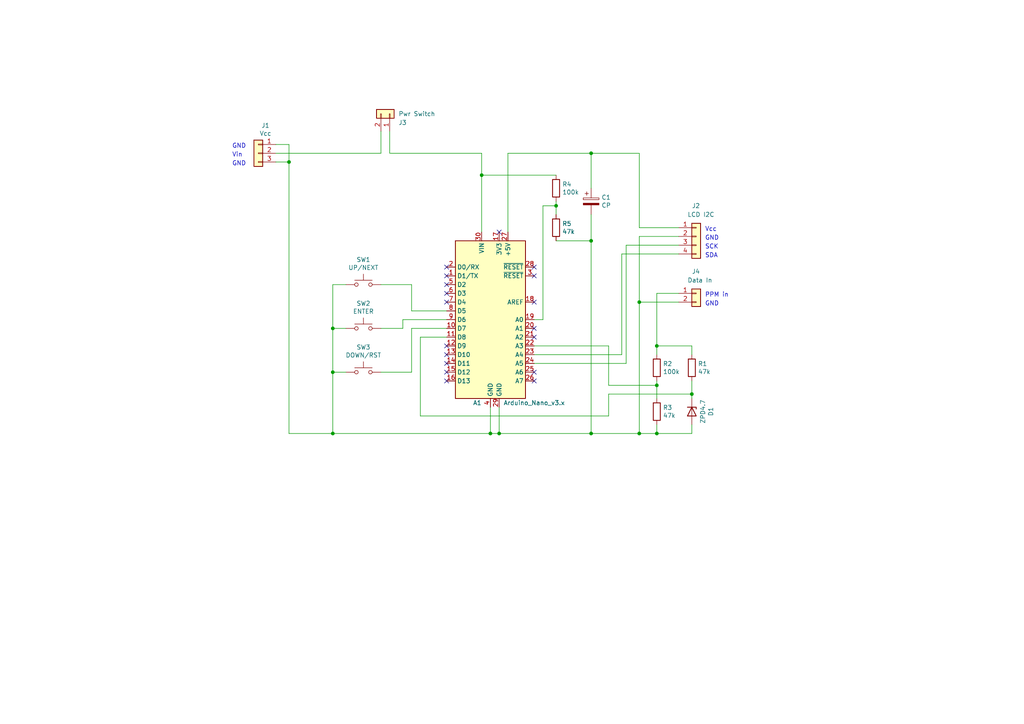
<source format=kicad_sch>
(kicad_sch (version 20211123) (generator eeschema)
  (paper "A4")
  (lib_symbols
    (symbol "Connector_Generic:Conn_01x02" (pin_names (offset 1.016) hide)
      (property "Reference" "J" (at 0 2.54 0))
      (property "Value" "Conn_01x02" (at 0 -5.08 0))
      (symbol "Conn_01x02_1_1"
        (rectangle (start -1.27 -2.413) (end 0 -2.667) (stroke (width 0.1524)))
        (rectangle (start -1.27 0.127) (end 0 -0.127) (stroke (width 0.1524)))
        (rectangle (start -1.27 1.27) (end 1.27 -3.81) (stroke (width 0.254)) (fill (type background)))
        (pin passive line (at -5.08 0 0) (length 3.81) (name "Pin_1") (number "1"))
        (pin passive line (at -5.08 -2.54 0) (length 3.81) (name "Pin_2") (number "2"))
      )
    )
    (symbol "Connector_Generic:Conn_01x03" (pin_names (offset 1.016) hide)
      (property "Reference" "J" (at 0 5.08 0))
      (property "Value" "Conn_01x03" (at 0 -5.08 0))
      (symbol "Conn_01x03_1_1"
        (rectangle (start -1.27 -2.413) (end 0 -2.667) (stroke (width 0.1524)))
        (rectangle (start -1.27 0.127) (end 0 -0.127) (stroke (width 0.1524)))
        (rectangle (start -1.27 2.667) (end 0 2.413) (stroke (width 0.1524)))
        (rectangle (start -1.27 3.81) (end 1.27 -3.81) (stroke (width 0.254)) (fill (type background)))
        (pin passive line (at -5.08 2.54 0) (length 3.81) (name "Pin_1") (number "1"))
        (pin passive line (at -5.08 0 0) (length 3.81) (name "Pin_2") (number "2"))
        (pin passive line (at -5.08 -2.54 0) (length 3.81) (name "Pin_3") (number "3"))
      )
    )
    (symbol "Connector_Generic:Conn_01x04" (pin_names (offset 1.016) hide)
      (property "Reference" "J" (at 0 5.08 0))
      (property "Value" "Conn_01x04" (at 0 -7.62 0))
      (symbol "Conn_01x04_1_1"
        (rectangle (start -1.27 -4.953) (end 0 -5.207) (stroke (width 0.1524)))
        (rectangle (start -1.27 -2.413) (end 0 -2.667) (stroke (width 0.1524)))
        (rectangle (start -1.27 0.127) (end 0 -0.127) (stroke (width 0.1524)))
        (rectangle (start -1.27 2.667) (end 0 2.413) (stroke (width 0.1524)))
        (rectangle (start -1.27 3.81) (end 1.27 -6.35) (stroke (width 0.254)) (fill (type background)))
        (pin passive line (at -5.08 2.54 0) (length 3.81) (name "Pin_1") (number "1"))
        (pin passive line (at -5.08 0 0) (length 3.81) (name "Pin_2") (number "2"))
        (pin passive line (at -5.08 -2.54 0) (length 3.81) (name "Pin_3") (number "3"))
        (pin passive line (at -5.08 -5.08 0) (length 3.81) (name "Pin_4") (number "4"))
      )
    )
    (symbol "Device:R" (pin_numbers hide) (pin_names (offset 0))
      (property "Reference" "R" (at 2.032 0 90))
      (property "Value" "R" (at 0 0 90))
      (symbol "R_0_1"
        (rectangle (start -1.016 -2.54) (end 1.016 2.54) (stroke (width 0.254)))
      )
      (symbol "R_1_1"
        (pin passive line (at 0 3.81 270) (length 1.27) (name "~") (number "1"))
        (pin passive line (at 0 -3.81 90) (length 1.27) (name "~") (number "2"))
      )
    )
    (symbol "Diode:ZPDxx" (pin_numbers hide) (pin_names hide)
      (property "Reference" "D" (at 0 2.54 0))
      (property "Value" "ZPDxx" (at 0 -2.54 0))
      (symbol "ZPDxx_0_1"
        (polyline (pts (xy 1.27 0) (xy -1.27 0)))
        (polyline (pts (xy -1.27 -1.27) (xy -1.27 1.27) (xy -0.762 1.27)) (stroke (width 0.254)))
        (polyline (pts (xy 1.27 -1.27) (xy 1.27 1.27) (xy -1.27 0) (xy 1.27 -1.27)) (stroke (width 0.254)))
      )
      (symbol "ZPDxx_1_1"
        (pin passive line (at -3.81 0 0) (length 2.54) (name "K") (number "1"))
        (pin passive line (at 3.81 0 180) (length 2.54) (name "A") (number "2"))
      )
    )
    (symbol "MCU_Module:Arduino_Nano_v3.x"
      (property "Reference" "A" (at -10.16 23.495 0))
      (property "Value" "Arduino_Nano_v3.x" (at 5.08 -24.13 0))
      (symbol "Arduino_Nano_v3.x_0_1"
        (rectangle (start -10.16 22.86) (end 10.16 -22.86) (stroke (width 0.254)) (fill (type background)))
      )
      (symbol "Arduino_Nano_v3.x_1_1"
        (pin bidirectional line (at -12.7 12.7 0) (length 2.54) (name "D1/TX") (number "1"))
        (pin bidirectional line (at -12.7 -2.54 0) (length 2.54) (name "D7") (number "10"))
        (pin bidirectional line (at -12.7 -5.08 0) (length 2.54) (name "D8") (number "11"))
        (pin bidirectional line (at -12.7 -7.62 0) (length 2.54) (name "D9") (number "12"))
        (pin bidirectional line (at -12.7 -10.16 0) (length 2.54) (name "D10") (number "13"))
        (pin bidirectional line (at -12.7 -12.7 0) (length 2.54) (name "D11") (number "14"))
        (pin bidirectional line (at -12.7 -15.24 0) (length 2.54) (name "D12") (number "15"))
        (pin bidirectional line (at -12.7 -17.78 0) (length 2.54) (name "D13") (number "16"))
        (pin power_out line (at 2.54 25.4 270) (length 2.54) (name "3V3") (number "17"))
        (pin input line (at 12.7 5.08 180) (length 2.54) (name "AREF") (number "18"))
        (pin bidirectional line (at 12.7 0 180) (length 2.54) (name "A0") (number "19"))
        (pin bidirectional line (at -12.7 15.24 0) (length 2.54) (name "D0/RX") (number "2"))
        (pin bidirectional line (at 12.7 -2.54 180) (length 2.54) (name "A1") (number "20"))
        (pin bidirectional line (at 12.7 -5.08 180) (length 2.54) (name "A2") (number "21"))
        (pin bidirectional line (at 12.7 -7.62 180) (length 2.54) (name "A3") (number "22"))
        (pin bidirectional line (at 12.7 -10.16 180) (length 2.54) (name "A4") (number "23"))
        (pin bidirectional line (at 12.7 -12.7 180) (length 2.54) (name "A5") (number "24"))
        (pin bidirectional line (at 12.7 -15.24 180) (length 2.54) (name "A6") (number "25"))
        (pin bidirectional line (at 12.7 -17.78 180) (length 2.54) (name "A7") (number "26"))
        (pin power_out line (at 5.08 25.4 270) (length 2.54) (name "+5V") (number "27"))
        (pin input line (at 12.7 15.24 180) (length 2.54) (name "~{RESET}") (number "28"))
        (pin power_in line (at 2.54 -25.4 90) (length 2.54) (name "GND") (number "29"))
        (pin input line (at 12.7 12.7 180) (length 2.54) (name "~{RESET}") (number "3"))
        (pin power_in line (at -2.54 25.4 270) (length 2.54) (name "VIN") (number "30"))
        (pin power_in line (at 0 -25.4 90) (length 2.54) (name "GND") (number "4"))
        (pin bidirectional line (at -12.7 10.16 0) (length 2.54) (name "D2") (number "5"))
        (pin bidirectional line (at -12.7 7.62 0) (length 2.54) (name "D3") (number "6"))
        (pin bidirectional line (at -12.7 5.08 0) (length 2.54) (name "D4") (number "7"))
        (pin bidirectional line (at -12.7 2.54 0) (length 2.54) (name "D5") (number "8"))
        (pin bidirectional line (at -12.7 0 0) (length 2.54) (name "D6") (number "9"))
      )
    )
    (symbol "PPMInspect-rescue:CP-Device" (pin_numbers hide) (pin_names (offset 0.254))
      (property "Reference" "C" (at 0.635 2.54 0))
      (property "Value" "CP-Device" (at 0.635 -2.54 0))
      (symbol "CP-Device_0_1"
        (rectangle (start -2.286 0.508) (end 2.286 1.016))
        (polyline (pts (xy -1.778 2.286) (xy -0.762 2.286)))
        (polyline (pts (xy -1.27 2.794) (xy -1.27 1.778)))
        (rectangle (start 2.286 -0.508) (end -2.286 -1.016) (fill (type outline)))
      )
      (symbol "CP-Device_1_1"
        (pin passive line (at 0 3.81 270) (length 2.794) (name "~") (number "1"))
        (pin passive line (at 0 -3.81 90) (length 2.794) (name "~") (number "2"))
      )
    )
    (symbol "Switch:SW_Push" (pin_numbers hide) (pin_names (offset 1.016) hide)
      (property "Reference" "SW" (at 1.27 2.54 0))
      (property "Value" "SW_Push" (at 0 -1.524 0))
      (symbol "SW_Push_0_1"
        (circle (center -2.032 0) (radius 0.508))
        (polyline (pts (xy 0 1.27) (xy 0 3.048)))
        (polyline (pts (xy 2.54 1.27) (xy -2.54 1.27)))
        (circle (center 2.032 0) (radius 0.508))
        (pin passive line (at -5.08 0 0) (length 2.54) (name "1") (number "1"))
        (pin passive line (at 5.08 0 180) (length 2.54) (name "2") (number "2"))
      )
    )
  )
  (junction (at 200.66 114.3))
  (junction (at 142.24 125.73))
  (junction (at 144.78 125.73))
  (junction (at 185.42 87.63))
  (junction (at 96.52 125.73))
  (junction (at 139.7 50.8))
  (junction (at 171.45 125.73))
  (junction (at 185.42 125.73))
  (junction (at 96.52 95.25))
  (junction (at 190.5 100.33))
  (junction (at 190.5 125.73))
  (junction (at 96.52 107.95))
  (junction (at 171.45 69.85))
  (junction (at 171.45 44.45))
  (junction (at 190.5 111.76))
  (junction (at 161.29 59.69))
  (junction (at 83.82 46.99))
  (no_connect (at 154.94 97.79))
  (no_connect (at 129.54 80.01))
  (no_connect (at 154.94 77.47))
  (no_connect (at 129.54 85.09))
  (no_connect (at 129.54 107.95))
  (no_connect (at 129.54 102.87))
  (no_connect (at 129.54 100.33))
  (no_connect (at 129.54 105.41))
  (no_connect (at 154.94 80.01))
  (no_connect (at 129.54 82.55))
  (no_connect (at 154.94 110.49))
  (no_connect (at 154.94 107.95))
  (no_connect (at 154.94 95.25))
  (no_connect (at 129.54 77.47))
  (no_connect (at 129.54 87.63))
  (no_connect (at 144.78 67.31))
  (no_connect (at 154.94 87.63))
  (no_connect (at 129.54 110.49))
  (wire (pts (xy 119.38 107.95) (xy 119.38 95.25)))
  (wire (pts (xy 161.29 59.69) (xy 157.48 59.69)))
  (wire (pts (xy 161.29 50.8) (xy 139.7 50.8)))
  (wire (pts (xy 142.24 125.73) (xy 142.24 118.11)))
  (wire (pts (xy 154.94 102.87) (xy 180.34 102.87)))
  (wire (pts (xy 161.29 69.85) (xy 171.45 69.85)))
  (wire (pts (xy 83.82 41.91) (xy 80.01 41.91)))
  (wire (pts (xy 200.66 114.3) (xy 176.53 114.3)))
  (wire (pts (xy 161.29 59.69) (xy 161.29 62.23)))
  (wire (pts (xy 180.34 102.87) (xy 180.34 73.66)))
  (wire (pts (xy 171.45 54.61) (xy 171.45 44.45)))
  (wire (pts (xy 83.82 46.99) (xy 83.82 125.73)))
  (wire (pts (xy 181.61 71.12) (xy 196.85 71.12)))
  (wire (pts (xy 96.52 95.25) (xy 96.52 107.95)))
  (wire (pts (xy 176.53 120.65) (xy 121.92 120.65)))
  (wire (pts (xy 190.5 125.73) (xy 200.66 125.73)))
  (wire (pts (xy 161.29 58.42) (xy 161.29 59.69)))
  (wire (pts (xy 113.03 44.45) (xy 139.7 44.45)))
  (wire (pts (xy 190.5 111.76) (xy 190.5 110.49)))
  (wire (pts (xy 113.03 38.1) (xy 113.03 44.45)))
  (wire (pts (xy 147.32 44.45) (xy 171.45 44.45)))
  (wire (pts (xy 157.48 59.69) (xy 157.48 92.71)))
  (wire (pts (xy 200.66 114.3) (xy 200.66 110.49)))
  (wire (pts (xy 185.42 87.63) (xy 185.42 125.73)))
  (wire (pts (xy 176.53 111.76) (xy 190.5 111.76)))
  (wire (pts (xy 185.42 66.04) (xy 196.85 66.04)))
  (wire (pts (xy 196.85 87.63) (xy 185.42 87.63)))
  (wire (pts (xy 96.52 107.95) (xy 96.52 125.73)))
  (wire (pts (xy 200.66 115.57) (xy 200.66 114.3)))
  (wire (pts (xy 119.38 95.25) (xy 129.54 95.25)))
  (wire (pts (xy 154.94 105.41) (xy 181.61 105.41)))
  (wire (pts (xy 142.24 125.73) (xy 144.78 125.73)))
  (wire (pts (xy 185.42 125.73) (xy 190.5 125.73)))
  (wire (pts (xy 119.38 90.17) (xy 129.54 90.17)))
  (wire (pts (xy 154.94 100.33) (xy 176.53 100.33)))
  (wire (pts (xy 176.53 114.3) (xy 176.53 120.65)))
  (wire (pts (xy 144.78 125.73) (xy 171.45 125.73)))
  (wire (pts (xy 200.66 125.73) (xy 200.66 123.19)))
  (wire (pts (xy 110.49 82.55) (xy 119.38 82.55)))
  (wire (pts (xy 100.33 107.95) (xy 96.52 107.95)))
  (wire (pts (xy 100.33 95.25) (xy 96.52 95.25)))
  (wire (pts (xy 100.33 82.55) (xy 96.52 82.55)))
  (wire (pts (xy 190.5 100.33) (xy 190.5 85.09)))
  (wire (pts (xy 83.82 125.73) (xy 96.52 125.73)))
  (wire (pts (xy 147.32 67.31) (xy 147.32 44.45)))
  (wire (pts (xy 190.5 100.33) (xy 200.66 100.33)))
  (wire (pts (xy 80.01 46.99) (xy 83.82 46.99)))
  (wire (pts (xy 116.84 95.25) (xy 116.84 92.71)))
  (wire (pts (xy 119.38 82.55) (xy 119.38 90.17)))
  (wire (pts (xy 171.45 125.73) (xy 185.42 125.73)))
  (wire (pts (xy 185.42 68.58) (xy 196.85 68.58)))
  (wire (pts (xy 110.49 95.25) (xy 116.84 95.25)))
  (wire (pts (xy 200.66 100.33) (xy 200.66 102.87)))
  (wire (pts (xy 171.45 44.45) (xy 185.42 44.45)))
  (wire (pts (xy 157.48 92.71) (xy 154.94 92.71)))
  (wire (pts (xy 181.61 105.41) (xy 181.61 71.12)))
  (wire (pts (xy 80.01 44.45) (xy 110.49 44.45)))
  (wire (pts (xy 110.49 107.95) (xy 119.38 107.95)))
  (wire (pts (xy 139.7 50.8) (xy 139.7 67.31)))
  (wire (pts (xy 185.42 87.63) (xy 185.42 68.58)))
  (wire (pts (xy 121.92 97.79) (xy 129.54 97.79)))
  (wire (pts (xy 83.82 46.99) (xy 83.82 41.91)))
  (wire (pts (xy 176.53 100.33) (xy 176.53 111.76)))
  (wire (pts (xy 116.84 92.71) (xy 129.54 92.71)))
  (wire (pts (xy 190.5 102.87) (xy 190.5 100.33)))
  (wire (pts (xy 96.52 125.73) (xy 142.24 125.73)))
  (wire (pts (xy 110.49 38.1) (xy 110.49 44.45)))
  (wire (pts (xy 190.5 115.57) (xy 190.5 111.76)))
  (wire (pts (xy 190.5 85.09) (xy 196.85 85.09)))
  (wire (pts (xy 171.45 62.23) (xy 171.45 69.85)))
  (wire (pts (xy 121.92 120.65) (xy 121.92 97.79)))
  (wire (pts (xy 185.42 44.45) (xy 185.42 66.04)))
  (wire (pts (xy 96.52 82.55) (xy 96.52 95.25)))
  (wire (pts (xy 180.34 73.66) (xy 196.85 73.66)))
  (wire (pts (xy 190.5 125.73) (xy 190.5 123.19)))
  (wire (pts (xy 171.45 69.85) (xy 171.45 125.73)))
  (wire (pts (xy 139.7 44.45) (xy 139.7 50.8)))
  (wire (pts (xy 144.78 125.73) (xy 144.78 118.11)))
  (text "SDA" (at 204.47 74.93 0) (effects (font (size 1.27 1.27)) (justify left bottom)))
  (text "Vin" (at 67.31 45.72 0) (effects (font (size 1.27 1.27)) (justify left bottom)))
  (text "SCK" (at 204.47 72.39 0) (effects (font (size 1.27 1.27)) (justify left bottom)))
  (text "GND" (at 204.47 69.85 0) (effects (font (size 1.27 1.27)) (justify left bottom)))
  (text "GND" (at 67.31 43.18 0) (effects (font (size 1.27 1.27)) (justify left bottom)))
  (text "PPM in" (at 204.47 86.36 0) (effects (font (size 1.27 1.27)) (justify left bottom)))
  (text "GND" (at 67.31 48.26 0) (effects (font (size 1.27 1.27)) (justify left bottom)))
  (text "Vcc" (at 204.47 67.31 0) (effects (font (size 1.27 1.27)) (justify left bottom)))
  (text "GND" (at 204.47 88.9 0) (effects (font (size 1.27 1.27)) (justify left bottom)))
  (symbol (lib_id "MCU_Module:Arduino_Nano_v3.x") (at 142.24 92.71 0) (unit 1)
    (property "Reference" "A1" (at 138.43 116.84 0))
    (property "Value" "Arduino_Nano_v3.x" (at 154.94 116.84 0))
    (property "Footprint" "Module:Arduino_Nano" (effects hide))
    (property "Datasheet" "http://www.mouser.com/pdfdocs/Gravitech_Arduino_Nano3_0.pdf" (effects hide))
  )
  (symbol (lib_id "Diode:ZPDxx") (at 200.66 119.38 270) (unit 1)
    (property "Reference" "D1" (at 206.1718 119.38 0))
    (property "Value" "ZPD4.7" (at 203.8604 119.38 0))
    (property "Footprint" "Diode_THT:D_DO-35_SOD27_P10.16mm_Horizontal" (effects hide))
    (property "Datasheet" "http://diotec.com/tl_files/diotec/files/pdf/datasheets/zpd1" (effects hide))
  )
  (symbol (lib_id "Device:R") (at 190.5 106.68 0) (unit 1)
    (property "Reference" "R2" (at 192.278 105.5116 0) (effects (justify left)))
    (property "Value" "100k" (at 192.278 107.823 0) (effects (justify left)))
    (property "Footprint" "Resistor_THT:R_Axial_DIN0207_L6.3mm_D2.5mm_P10.16mm_Horizontal" (effects hide))
  )
  (symbol (lib_id "Device:R") (at 190.5 119.38 0) (unit 1)
    (property "Reference" "R3" (at 192.278 118.2116 0) (effects (justify left)))
    (property "Value" "47k" (at 192.278 120.523 0) (effects (justify left)))
    (property "Footprint" "Resistor_THT:R_Axial_DIN0207_L6.3mm_D2.5mm_P10.16mm_Horizontal" (effects hide))
  )
  (symbol (lib_id "Device:R") (at 200.66 106.68 0) (unit 1)
    (property "Reference" "R1" (at 202.438 105.5116 0) (effects (justify left)))
    (property "Value" "47k" (at 202.438 107.823 0) (effects (justify left)))
    (property "Footprint" "Resistor_THT:R_Axial_DIN0207_L6.3mm_D2.5mm_P10.16mm_Horizontal" (effects hide))
  )
  (symbol (lib_id "PPMInspect-rescue:CP-Device") (at 171.45 58.42 0) (unit 1)
    (property "Reference" "C1" (at 174.4472 57.2516 0) (effects (justify left)))
    (property "Value" "CP" (at 174.4472 59.563 0) (effects (justify left)))
    (property "Footprint" "Capacitor_THT:CP_Radial_D6.3mm_P2.50mm" (effects hide))
  )
  (symbol (lib_id "Switch:SW_Push") (at 105.41 82.55 0) (unit 1)
    (property "Reference" "SW1" (at 105.41 75.311 0))
    (property "Value" "UP/NEXT" (at 105.41 77.6224 0))
    (property "Footprint" "Button_Switch_THT:SW_PUSH_6mm" (effects hide))
  )
  (symbol (lib_id "Switch:SW_Push") (at 105.41 95.25 0) (unit 1)
    (property "Reference" "SW2" (at 105.41 88.011 0))
    (property "Value" "ENTER" (at 105.41 90.3224 0))
    (property "Footprint" "Button_Switch_THT:SW_PUSH_6mm" (effects hide))
  )
  (symbol (lib_id "Switch:SW_Push") (at 105.41 107.95 0) (unit 1)
    (property "Reference" "SW3" (at 105.41 100.711 0))
    (property "Value" "DOWN/RST" (at 105.41 103.0224 0))
    (property "Footprint" "Button_Switch_THT:SW_PUSH_6mm" (effects hide))
  )
  (symbol (lib_id "Connector_Generic:Conn_01x03") (at 74.93 44.45 0) (mirror y) (unit 1)
    (property "Reference" "J1" (at 77.0128 36.3982 0))
    (property "Value" "Vcc" (at 77.0128 38.7096 0))
    (property "Footprint" "Connector_PinHeader_2.54mm:PinHeader_1x03_P2.54mm_Horizontal" (effects hide))
  )
  (symbol (lib_id "Connector_Generic:Conn_01x04") (at 201.93 68.58 0) (unit 1)
    (property "Reference" "J2" (at 200.66 59.69 0) (effects (justify left)))
    (property "Value" "LCD I2C" (at 199.39 62.23 0) (effects (justify left)))
    (property "Footprint" "Connector_PinSocket_2.54mm:PinSocket_1x04_P2.54mm_Vertical" (effects hide))
  )
  (symbol (lib_id "Connector_Generic:Conn_01x02") (at 113.03 33.02 270) (mirror x) (unit 1)
    (property "Reference" "J3" (at 115.57 35.56 90) (effects (justify left)))
    (property "Value" "Pwr Switch" (at 115.57 33.02 90) (effects (justify left)))
    (property "Footprint" "Connector_PinHeader_2.54mm:PinHeader_1x02_P2.54mm_Horizontal" (effects hide))
  )
  (symbol (lib_id "Connector_Generic:Conn_01x02") (at 201.93 85.09 0) (unit 1)
    (property "Reference" "J4" (at 200.66 78.74 0) (effects (justify left)))
    (property "Value" "Data In" (at 199.39 81.28 0) (effects (justify left)))
    (property "Footprint" "Connector_PinHeader_2.54mm:PinHeader_1x02_P2.54mm_Horizontal" (effects hide))
  )
  (symbol (lib_id "Device:R") (at 161.29 54.61 0) (unit 1)
    (property "Reference" "R4" (at 163.068 53.4416 0) (effects (justify left)))
    (property "Value" "100k" (at 163.068 55.753 0) (effects (justify left)))
    (property "Footprint" "Resistor_THT:R_Axial_DIN0207_L6.3mm_D2.5mm_P10.16mm_Horizontal" (effects hide))
  )
  (symbol (lib_id "Device:R") (at 161.29 66.04 0) (unit 1)
    (property "Reference" "R5" (at 163.068 64.8716 0) (effects (justify left)))
    (property "Value" "47k" (at 163.068 67.183 0) (effects (justify left)))
    (property "Footprint" "Resistor_THT:R_Axial_DIN0207_L6.3mm_D2.5mm_P10.16mm_Horizontal" (effects hide))
  )
)
</source>
